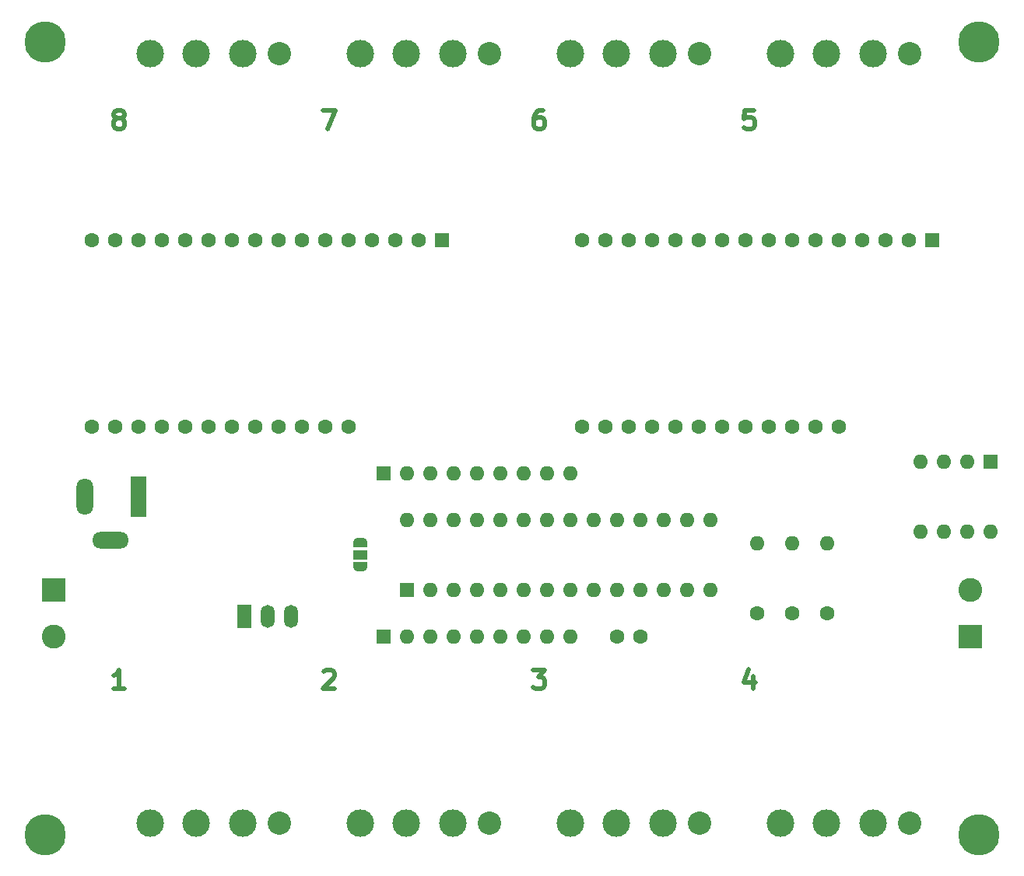
<source format=gts>
G04 #@! TF.GenerationSoftware,KiCad,Pcbnew,7.0.5-0*
G04 #@! TF.CreationDate,2023-11-04T22:15:26-04:00*
G04 #@! TF.ProjectId,track_sensor_board,74726163-6b5f-4736-956e-736f725f626f,rev?*
G04 #@! TF.SameCoordinates,Original*
G04 #@! TF.FileFunction,Soldermask,Top*
G04 #@! TF.FilePolarity,Negative*
%FSLAX46Y46*%
G04 Gerber Fmt 4.6, Leading zero omitted, Abs format (unit mm)*
G04 Created by KiCad (PCBNEW 7.0.5-0) date 2023-11-04 22:15:26*
%MOMM*%
%LPD*%
G01*
G04 APERTURE LIST*
G04 Aperture macros list*
%AMFreePoly0*
4,1,19,0.550000,-0.750000,0.000000,-0.750000,0.000000,-0.744911,-0.071157,-0.744911,-0.207708,-0.704816,-0.327430,-0.627875,-0.420627,-0.520320,-0.479746,-0.390866,-0.500000,-0.250000,-0.500000,0.250000,-0.479746,0.390866,-0.420627,0.520320,-0.327430,0.627875,-0.207708,0.704816,-0.071157,0.744911,0.000000,0.744911,0.000000,0.750000,0.550000,0.750000,0.550000,-0.750000,0.550000,-0.750000,
$1*%
%AMFreePoly1*
4,1,19,0.000000,0.744911,0.071157,0.744911,0.207708,0.704816,0.327430,0.627875,0.420627,0.520320,0.479746,0.390866,0.500000,0.250000,0.500000,-0.250000,0.479746,-0.390866,0.420627,-0.520320,0.327430,-0.627875,0.207708,-0.704816,0.071157,-0.744911,0.000000,-0.744911,0.000000,-0.750000,-0.550000,-0.750000,-0.550000,0.750000,0.000000,0.750000,0.000000,0.744911,0.000000,0.744911,
$1*%
G04 Aperture macros list end*
%ADD10C,0.500000*%
%ADD11C,2.540000*%
%ADD12C,3.000000*%
%ADD13C,4.500000*%
%ADD14R,1.600000X1.600000*%
%ADD15O,1.600000X1.600000*%
%ADD16R,2.600000X2.600000*%
%ADD17C,2.600000*%
%ADD18C,1.600000*%
%ADD19R,1.500000X2.500000*%
%ADD20O,1.500000X2.500000*%
%ADD21FreePoly0,270.000000*%
%ADD22R,1.500000X1.000000*%
%ADD23FreePoly1,270.000000*%
%ADD24R,1.800000X4.400000*%
%ADD25O,1.800000X4.000000*%
%ADD26O,4.000000X1.800000*%
G04 APERTURE END LIST*
D10*
X149631543Y-121805681D02*
X150869638Y-121805681D01*
X150869638Y-121805681D02*
X150202971Y-122567585D01*
X150202971Y-122567585D02*
X150488686Y-122567585D01*
X150488686Y-122567585D02*
X150679162Y-122662823D01*
X150679162Y-122662823D02*
X150774400Y-122758062D01*
X150774400Y-122758062D02*
X150869638Y-122948538D01*
X150869638Y-122948538D02*
X150869638Y-123424728D01*
X150869638Y-123424728D02*
X150774400Y-123615204D01*
X150774400Y-123615204D02*
X150679162Y-123710443D01*
X150679162Y-123710443D02*
X150488686Y-123805681D01*
X150488686Y-123805681D02*
X149917257Y-123805681D01*
X149917257Y-123805681D02*
X149726781Y-123710443D01*
X149726781Y-123710443D02*
X149631543Y-123615204D01*
X126771543Y-60845681D02*
X128104876Y-60845681D01*
X128104876Y-60845681D02*
X127247733Y-62845681D01*
X173539162Y-122472347D02*
X173539162Y-123805681D01*
X173062971Y-121710443D02*
X172586781Y-123139014D01*
X172586781Y-123139014D02*
X173824876Y-123139014D01*
X173634400Y-60845681D02*
X172682019Y-60845681D01*
X172682019Y-60845681D02*
X172586781Y-61798062D01*
X172586781Y-61798062D02*
X172682019Y-61702823D01*
X172682019Y-61702823D02*
X172872495Y-61607585D01*
X172872495Y-61607585D02*
X173348686Y-61607585D01*
X173348686Y-61607585D02*
X173539162Y-61702823D01*
X173539162Y-61702823D02*
X173634400Y-61798062D01*
X173634400Y-61798062D02*
X173729638Y-61988538D01*
X173729638Y-61988538D02*
X173729638Y-62464728D01*
X173729638Y-62464728D02*
X173634400Y-62655204D01*
X173634400Y-62655204D02*
X173539162Y-62750443D01*
X173539162Y-62750443D02*
X173348686Y-62845681D01*
X173348686Y-62845681D02*
X172872495Y-62845681D01*
X172872495Y-62845681D02*
X172682019Y-62750443D01*
X172682019Y-62750443D02*
X172586781Y-62655204D01*
X126866781Y-121996157D02*
X126962019Y-121900919D01*
X126962019Y-121900919D02*
X127152495Y-121805681D01*
X127152495Y-121805681D02*
X127628686Y-121805681D01*
X127628686Y-121805681D02*
X127819162Y-121900919D01*
X127819162Y-121900919D02*
X127914400Y-121996157D01*
X127914400Y-121996157D02*
X128009638Y-122186633D01*
X128009638Y-122186633D02*
X128009638Y-122377109D01*
X128009638Y-122377109D02*
X127914400Y-122662823D01*
X127914400Y-122662823D02*
X126771543Y-123805681D01*
X126771543Y-123805681D02*
X128009638Y-123805681D01*
X105149638Y-123805681D02*
X104006781Y-123805681D01*
X104578209Y-123805681D02*
X104578209Y-121805681D01*
X104578209Y-121805681D02*
X104387733Y-122091395D01*
X104387733Y-122091395D02*
X104197257Y-122281871D01*
X104197257Y-122281871D02*
X104006781Y-122377109D01*
X150679162Y-60845681D02*
X150298209Y-60845681D01*
X150298209Y-60845681D02*
X150107733Y-60940919D01*
X150107733Y-60940919D02*
X150012495Y-61036157D01*
X150012495Y-61036157D02*
X149822019Y-61321871D01*
X149822019Y-61321871D02*
X149726781Y-61702823D01*
X149726781Y-61702823D02*
X149726781Y-62464728D01*
X149726781Y-62464728D02*
X149822019Y-62655204D01*
X149822019Y-62655204D02*
X149917257Y-62750443D01*
X149917257Y-62750443D02*
X150107733Y-62845681D01*
X150107733Y-62845681D02*
X150488686Y-62845681D01*
X150488686Y-62845681D02*
X150679162Y-62750443D01*
X150679162Y-62750443D02*
X150774400Y-62655204D01*
X150774400Y-62655204D02*
X150869638Y-62464728D01*
X150869638Y-62464728D02*
X150869638Y-61988538D01*
X150869638Y-61988538D02*
X150774400Y-61798062D01*
X150774400Y-61798062D02*
X150679162Y-61702823D01*
X150679162Y-61702823D02*
X150488686Y-61607585D01*
X150488686Y-61607585D02*
X150107733Y-61607585D01*
X150107733Y-61607585D02*
X149917257Y-61702823D01*
X149917257Y-61702823D02*
X149822019Y-61798062D01*
X149822019Y-61798062D02*
X149726781Y-61988538D01*
X104387733Y-61702823D02*
X104197257Y-61607585D01*
X104197257Y-61607585D02*
X104102019Y-61512347D01*
X104102019Y-61512347D02*
X104006781Y-61321871D01*
X104006781Y-61321871D02*
X104006781Y-61226633D01*
X104006781Y-61226633D02*
X104102019Y-61036157D01*
X104102019Y-61036157D02*
X104197257Y-60940919D01*
X104197257Y-60940919D02*
X104387733Y-60845681D01*
X104387733Y-60845681D02*
X104768686Y-60845681D01*
X104768686Y-60845681D02*
X104959162Y-60940919D01*
X104959162Y-60940919D02*
X105054400Y-61036157D01*
X105054400Y-61036157D02*
X105149638Y-61226633D01*
X105149638Y-61226633D02*
X105149638Y-61321871D01*
X105149638Y-61321871D02*
X105054400Y-61512347D01*
X105054400Y-61512347D02*
X104959162Y-61607585D01*
X104959162Y-61607585D02*
X104768686Y-61702823D01*
X104768686Y-61702823D02*
X104387733Y-61702823D01*
X104387733Y-61702823D02*
X104197257Y-61798062D01*
X104197257Y-61798062D02*
X104102019Y-61893300D01*
X104102019Y-61893300D02*
X104006781Y-62083776D01*
X104006781Y-62083776D02*
X104006781Y-62464728D01*
X104006781Y-62464728D02*
X104102019Y-62655204D01*
X104102019Y-62655204D02*
X104197257Y-62750443D01*
X104197257Y-62750443D02*
X104387733Y-62845681D01*
X104387733Y-62845681D02*
X104768686Y-62845681D01*
X104768686Y-62845681D02*
X104959162Y-62750443D01*
X104959162Y-62750443D02*
X105054400Y-62655204D01*
X105054400Y-62655204D02*
X105149638Y-62464728D01*
X105149638Y-62464728D02*
X105149638Y-62083776D01*
X105149638Y-62083776D02*
X105054400Y-61893300D01*
X105054400Y-61893300D02*
X104959162Y-61798062D01*
X104959162Y-61798062D02*
X104768686Y-61702823D01*
D11*
X190598400Y-54610000D03*
D12*
X186588400Y-54610000D03*
X181559200Y-54610000D03*
X176530000Y-54610000D03*
D13*
X96520000Y-139700000D03*
D14*
X135890000Y-113030000D03*
D15*
X138430000Y-113030000D03*
X140970000Y-113030000D03*
X143510000Y-113030000D03*
X146050000Y-113030000D03*
X148590000Y-113030000D03*
X151130000Y-113030000D03*
X153670000Y-113030000D03*
X156210000Y-113030000D03*
X158750000Y-113030000D03*
X161290000Y-113030000D03*
X163830000Y-113030000D03*
X166370000Y-113030000D03*
X168910000Y-113030000D03*
X168910000Y-105410000D03*
X166370000Y-105410000D03*
X163830000Y-105410000D03*
X161290000Y-105410000D03*
X158750000Y-105410000D03*
X156210000Y-105410000D03*
X153670000Y-105410000D03*
X151130000Y-105410000D03*
X148590000Y-105410000D03*
X146050000Y-105410000D03*
X143510000Y-105410000D03*
X140970000Y-105410000D03*
X138430000Y-105410000D03*
X135890000Y-105410000D03*
D16*
X97485000Y-113030000D03*
D17*
X97485000Y-118110000D03*
D11*
X190598400Y-138430000D03*
D12*
X186588400Y-138430000D03*
X181559200Y-138430000D03*
X176530000Y-138430000D03*
D13*
X198120000Y-53340000D03*
D14*
X193040000Y-74930000D03*
D18*
X190500000Y-74930000D03*
X187960000Y-74930000D03*
X185420000Y-74930000D03*
X182880000Y-74930000D03*
X180340000Y-74930000D03*
X177800000Y-74930000D03*
X175260000Y-74930000D03*
X172720000Y-74930000D03*
X170180000Y-74930000D03*
X167640000Y-74930000D03*
X165100000Y-74930000D03*
X162560000Y-74930000D03*
X160020000Y-74930000D03*
X157480000Y-74930000D03*
X154940000Y-74930000D03*
X154940000Y-95250000D03*
X157480000Y-95250000D03*
X160020000Y-95250000D03*
X162560000Y-95250000D03*
X165100000Y-95250000D03*
X167640000Y-95250000D03*
X170180000Y-95250000D03*
X172720000Y-95250000D03*
X175260000Y-95250000D03*
X177800000Y-95250000D03*
X180340000Y-95250000D03*
X182880000Y-95250000D03*
X181610000Y-115570000D03*
D15*
X181610000Y-107950000D03*
D11*
X122018400Y-54610000D03*
D12*
X118008400Y-54610000D03*
X112979200Y-54610000D03*
X107950000Y-54610000D03*
D14*
X199380000Y-99102500D03*
D15*
X196840000Y-99102500D03*
X194300000Y-99102500D03*
X191760000Y-99102500D03*
X191760000Y-106722500D03*
X194300000Y-106722500D03*
X196840000Y-106722500D03*
X199380000Y-106722500D03*
D11*
X144878400Y-54610000D03*
D12*
X140868400Y-54610000D03*
X135839200Y-54610000D03*
X130810000Y-54610000D03*
D14*
X133350000Y-100330000D03*
D15*
X135890000Y-100330000D03*
X138430000Y-100330000D03*
X140970000Y-100330000D03*
X143510000Y-100330000D03*
X146050000Y-100330000D03*
X148590000Y-100330000D03*
X151130000Y-100330000D03*
X153670000Y-100330000D03*
D11*
X167738400Y-138430000D03*
D12*
X163728400Y-138430000D03*
X158699200Y-138430000D03*
X153670000Y-138430000D03*
D13*
X96520000Y-53340000D03*
D11*
X167738400Y-54610000D03*
D12*
X163728400Y-54610000D03*
X158699200Y-54610000D03*
X153670000Y-54610000D03*
D19*
X118217500Y-115982500D03*
D20*
X120757500Y-115982500D03*
X123297500Y-115982500D03*
D13*
X198120000Y-139700000D03*
D16*
X197155000Y-118109999D03*
D17*
X197155000Y-113029999D03*
D21*
X130810000Y-107920000D03*
D22*
X130810000Y-109220000D03*
D23*
X130810000Y-110520000D03*
D24*
X106680000Y-102870000D03*
D25*
X100880000Y-102870000D03*
D26*
X103680000Y-107670000D03*
D18*
X173990000Y-115570000D03*
D15*
X173990000Y-107950000D03*
D14*
X133350000Y-118110000D03*
D15*
X135890000Y-118110000D03*
X138430000Y-118110000D03*
X140970000Y-118110000D03*
X143510000Y-118110000D03*
X146050000Y-118110000D03*
X148590000Y-118110000D03*
X151130000Y-118110000D03*
X153670000Y-118110000D03*
D11*
X144878400Y-138430000D03*
D12*
X140868400Y-138430000D03*
X135839200Y-138430000D03*
X130810000Y-138430000D03*
D11*
X122018400Y-138430000D03*
D12*
X118008400Y-138430000D03*
X112979200Y-138430000D03*
X107950000Y-138430000D03*
D14*
X139700000Y-74930000D03*
D18*
X137160000Y-74930000D03*
X134620000Y-74930000D03*
X132080000Y-74930000D03*
X129540000Y-74930000D03*
X127000000Y-74930000D03*
X124460000Y-74930000D03*
X121920000Y-74930000D03*
X119380000Y-74930000D03*
X116840000Y-74930000D03*
X114300000Y-74930000D03*
X111760000Y-74930000D03*
X109220000Y-74930000D03*
X106680000Y-74930000D03*
X104140000Y-74930000D03*
X101600000Y-74930000D03*
X101600000Y-95250000D03*
X104140000Y-95250000D03*
X106680000Y-95250000D03*
X109220000Y-95250000D03*
X111760000Y-95250000D03*
X114300000Y-95250000D03*
X116840000Y-95250000D03*
X119380000Y-95250000D03*
X121920000Y-95250000D03*
X124460000Y-95250000D03*
X127000000Y-95250000D03*
X129540000Y-95250000D03*
X158790000Y-118110000D03*
X161290000Y-118110000D03*
X177800000Y-115570000D03*
D15*
X177800000Y-107950000D03*
M02*

</source>
